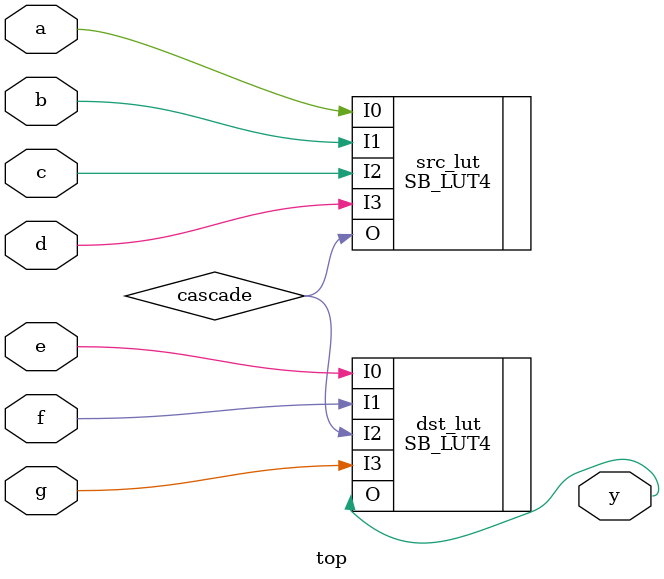
<source format=v>
module top (input a, b, c, d, e, f, g, output y);
	wire cascade;

	SB_LUT4 #(
		.LUT_INIT(16'b 1100_1100_1100_1010)
	) src_lut (
		.O(cascade),
		.I0(a),
		.I1(b),
		.I2(c),
		.I3(d)
	);

	SB_LUT4 #(
		.LUT_INIT(16'b 1000_0100_0010_0001)
	) dst_lut (
		.O(y),
		.I0(e),
		.I1(f),
		.I2(cascade),
		.I3(g)
	);
endmodule

</source>
